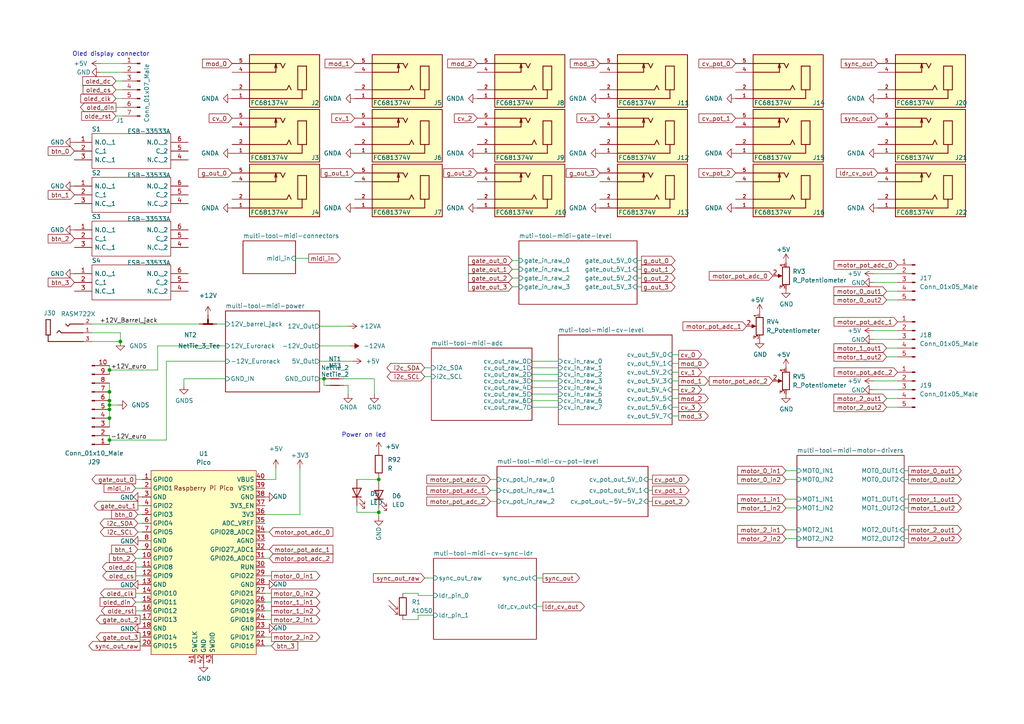
<source format=kicad_sch>
(kicad_sch (version 20211123) (generator eeschema)
  (paper "A4")
  (title_block (title "Multi tool midi board") (date "2023-02-06") (rev "0.1") (company "Lucas Bonvin"))
  (junction (at 31.75 127.635))
  (junction (at 31.75 113.665))
  (junction (at 34.925 99.06))
  (junction (at 31.75 121.285))
  (junction (at 93.98 109.855))
  (junction (at 31.75 117.475))
  (junction (at 109.855 139.065))
  (junction (at 31.75 118.745))
  (junction (at 31.75 116.205))
  (junction (at 109.855 148.59))
  (junction (at 31.75 107.315))
  (wire (pts (xy 187.96 139.065) (xy 189.23 139.065)))
  (wire (pts (xy 155.575 167.64) (xy 157.48 167.64)))
  (wire (pts (xy 227.965 147.32) (xy 231.14 147.32)))
  (wire (pts (xy 62.865 93.98) (xy 65.405 93.98)))
  (wire (pts (xy 40.005 159.385) (xy 41.275 159.385)))
  (wire (pts (xy 194.945 105.41) (xy 196.85 105.41)))
  (wire (pts (xy 39.37 174.625) (xy 41.275 174.625)))
  (wire (pts (xy 108.585 109.855) (xy 108.585 114.3)))
  (wire (pts (xy 26.67 99.06) (xy 34.925 99.06)))
  (wire (pts (xy 34.925 99.06) (xy 34.925 96.52)))
  (wire (pts (xy 142.24 145.415) (xy 144.145 145.415)))
  (wire (pts (xy 48.26 104.775) (xy 48.26 127.635)))
  (wire (pts (xy 39.37 177.165) (xy 41.275 177.165)))
  (wire (pts (xy 148.59 83.185) (xy 150.495 83.185)))
  (wire (pts (xy 26.67 93.98) (xy 57.785 93.98)))
  (wire (pts (xy 40.005 151.765) (xy 41.275 151.765)))
  (wire (pts (xy 257.175 115.57) (xy 260.35 115.57)))
  (wire (pts (xy 31.75 123.825) (xy 31.75 121.285)))
  (wire (pts (xy 33.655 33.655) (xy 35.56 33.655)))
  (wire (pts (xy 194.945 115.57) (xy 196.85 115.57)))
  (wire (pts (xy 39.37 172.085) (xy 41.275 172.085)))
  (wire (pts (xy 184.785 83.185) (xy 186.055 83.185)))
  (wire (pts (xy 31.75 113.665) (xy 31.75 111.125)))
  (wire (pts (xy 31.75 127.635) (xy 48.26 127.635)))
  (wire (pts (xy 116.84 172.085) (xy 121.285 172.085)))
  (wire (pts (xy 31.75 107.315) (xy 31.75 106.045)))
  (wire (pts (xy 29.21 20.955) (xy 35.56 20.955)))
  (wire (pts (xy 40.64 179.705) (xy 41.275 179.705)))
  (wire (pts (xy 40.64 187.325) (xy 41.275 187.325)))
  (wire (pts (xy 121.285 179.705) (xy 121.285 178.435)))
  (wire (pts (xy 31.75 117.475) (xy 34.29 117.475)))
  (wire (pts (xy 31.75 121.285) (xy 31.75 118.745)))
  (wire (pts (xy 184.785 78.105) (xy 186.055 78.105)))
  (wire (pts (xy 142.24 142.24) (xy 144.145 142.24)))
  (wire (pts (xy 262.255 136.525) (xy 263.525 136.525)))
  (wire (pts (xy 227.965 139.065) (xy 231.14 139.065)))
  (wire (pts (xy 78.74 184.785) (xy 76.835 184.785)))
  (wire (pts (xy 194.945 110.49) (xy 196.85 110.49)))
  (wire (pts (xy 262.255 156.21) (xy 263.525 156.21)))
  (wire (pts (xy 109.855 139.065) (xy 109.855 139.7)))
  (wire (pts (xy 100.965 111.76) (xy 99.695 111.76)))
  (wire (pts (xy 39.37 161.925) (xy 41.275 161.925)))
  (wire (pts (xy 40.005 149.225) (xy 41.275 149.225)))
  (wire (pts (xy 257.175 103.505) (xy 260.35 103.505)))
  (wire (pts (xy 93.98 109.855) (xy 94.615 109.855)))
  (wire (pts (xy 194.945 113.03) (xy 196.85 113.03)))
  (wire (pts (xy 253.365 110.49) (xy 260.35 110.49)))
  (wire (pts (xy 253.365 81.915) (xy 260.35 81.915)))
  (wire (pts (xy 227.965 156.21) (xy 231.14 156.21)))
  (wire (pts (xy 123.19 106.68) (xy 125.095 106.68)))
  (wire (pts (xy 109.855 148.59) (xy 109.855 147.32)))
  (wire (pts (xy 78.105 159.385) (xy 76.835 159.385)))
  (wire (pts (xy 227.965 144.78) (xy 231.14 144.78)))
  (wire (pts (xy 257.175 100.965) (xy 260.35 100.965)))
  (wire (pts (xy 154.305 104.775) (xy 161.925 104.775)))
  (wire (pts (xy 109.855 138.43) (xy 109.855 139.065)))
  (wire (pts (xy 31.75 118.745) (xy 31.75 117.475)))
  (wire (pts (xy 45.72 100.33) (xy 65.405 100.33)))
  (wire (pts (xy 78.74 179.705) (xy 76.835 179.705)))
  (wire (pts (xy 123.19 167.64) (xy 125.73 167.64)))
  (wire (pts (xy 39.37 139.065) (xy 41.275 139.065)))
  (wire (pts (xy 78.74 172.085) (xy 76.835 172.085)))
  (wire (pts (xy 40.005 154.305) (xy 41.275 154.305)))
  (wire (pts (xy 253.365 79.375) (xy 260.35 79.375)))
  (wire (pts (xy 53.34 109.855) (xy 65.405 109.855)))
  (wire (pts (xy 121.285 172.72) (xy 125.73 172.72)))
  (wire (pts (xy 154.305 106.68) (xy 161.925 106.68)))
  (wire (pts (xy 39.37 164.465) (xy 41.275 164.465)))
  (wire (pts (xy 78.74 177.165) (xy 76.835 177.165)))
  (wire (pts (xy 257.175 86.995) (xy 260.35 86.995)))
  (wire (pts (xy 65.405 104.775) (xy 48.26 104.775)))
  (wire (pts (xy 86.995 149.225) (xy 76.835 149.225)))
  (wire (pts (xy 33.655 26.035) (xy 35.56 26.035)))
  (wire (pts (xy 194.945 102.87) (xy 196.85 102.87)))
  (wire (pts (xy 39.37 167.005) (xy 41.275 167.005)))
  (wire (pts (xy 262.255 144.78) (xy 263.525 144.78)))
  (wire (pts (xy 227.965 153.67) (xy 231.14 153.67)))
  (wire (pts (xy 148.59 75.565) (xy 150.495 75.565)))
  (wire (pts (xy 78.105 154.305) (xy 76.835 154.305)))
  (wire (pts (xy 45.72 107.315) (xy 45.72 100.33)))
  (wire (pts (xy 31.75 116.205) (xy 31.75 113.665)))
  (wire (pts (xy 109.855 149.86) (xy 109.855 148.59)))
  (wire (pts (xy 103.505 148.59) (xy 103.505 146.685)))
  (wire (pts (xy 86.995 135.89) (xy 86.995 149.225)))
  (wire (pts (xy 227.965 136.525) (xy 231.14 136.525)))
  (wire (pts (xy 262.255 147.32) (xy 263.525 147.32)))
  (wire (pts (xy 142.24 139.065) (xy 144.145 139.065)))
  (wire (pts (xy 194.945 118.11) (xy 196.85 118.11)))
  (wire (pts (xy 33.655 28.575) (xy 35.56 28.575)))
  (wire (pts (xy 257.175 118.11) (xy 260.35 118.11)))
  (wire (pts (xy 154.305 118.11) (xy 161.925 118.11)))
  (wire (pts (xy 123.19 109.22) (xy 125.095 109.22)))
  (wire (pts (xy 53.34 111.76) (xy 53.34 109.855)))
  (wire (pts (xy 78.74 174.625) (xy 76.835 174.625)))
  (wire (pts (xy 109.855 148.59) (xy 103.505 148.59)))
  (wire (pts (xy 187.96 145.415) (xy 189.23 145.415)))
  (wire (pts (xy 121.285 178.435) (xy 125.73 178.435)))
  (wire (pts (xy 33.655 31.115) (xy 35.56 31.115)))
  (wire (pts (xy 253.365 95.885) (xy 260.35 95.885)))
  (wire (pts (xy 194.945 107.95) (xy 196.85 107.95)))
  (wire (pts (xy 40.005 146.685) (xy 41.275 146.685)))
  (wire (pts (xy 31.75 117.475) (xy 31.75 116.205)))
  (wire (pts (xy 80.01 135.89) (xy 80.01 139.065)))
  (wire (pts (xy 148.59 80.645) (xy 150.495 80.645)))
  (wire (pts (xy 154.305 112.395) (xy 161.925 112.395)))
  (wire (pts (xy 194.945 120.65) (xy 196.85 120.65)))
  (wire (pts (xy 184.785 80.645) (xy 186.055 80.645)))
  (wire (pts (xy 31.75 108.585) (xy 31.75 107.315)))
  (wire (pts (xy 155.575 175.895) (xy 157.48 175.895)))
  (wire (pts (xy 78.74 167.005) (xy 76.835 167.005)))
  (wire (pts (xy 31.75 127.635) (xy 31.75 126.365)))
  (wire (pts (xy 253.365 113.03) (xy 260.35 113.03)))
  (wire (pts (xy 31.75 128.905) (xy 31.75 127.635)))
  (wire (pts (xy 26.67 96.52) (xy 34.925 96.52)))
  (wire (pts (xy 148.59 78.105) (xy 150.495 78.105)))
  (wire (pts (xy 253.365 98.425) (xy 260.35 98.425)))
  (wire (pts (xy 78.105 161.925) (xy 76.835 161.925)))
  (wire (pts (xy 187.96 142.24) (xy 189.23 142.24)))
  (wire (pts (xy 257.175 84.455) (xy 260.35 84.455)))
  (wire (pts (xy 121.285 172.085) (xy 121.285 172.72)))
  (wire (pts (xy 29.21 18.415) (xy 35.56 18.415)))
  (wire (pts (xy 262.255 139.065) (xy 263.525 139.065)))
  (wire (pts (xy 116.84 179.705) (xy 121.285 179.705)))
  (wire (pts (xy 39.37 141.605) (xy 41.275 141.605)))
  (wire (pts (xy 154.305 108.585) (xy 161.925 108.585)))
  (wire (pts (xy 80.01 139.065) (xy 76.835 139.065)))
  (wire (pts (xy 92.71 109.855) (xy 93.98 109.855)))
  (wire (pts (xy 78.74 187.325) (xy 76.835 187.325)))
  (wire (pts (xy 184.785 75.565) (xy 186.055 75.565)))
  (wire (pts (xy 154.305 116.205) (xy 161.925 116.205)))
  (wire (pts (xy 92.71 100.33) (xy 101.6 100.33)))
  (wire (pts (xy 100.965 114.3) (xy 100.965 111.76)))
  (wire (pts (xy 31.75 107.315) (xy 45.72 107.315)))
  (wire (pts (xy 154.305 114.3) (xy 161.925 114.3)))
  (wire (pts (xy 92.71 104.775) (xy 102.235 104.775)))
  (wire (pts (xy 92.71 94.615) (xy 100.965 94.615)))
  (wire (pts (xy 33.655 23.495) (xy 35.56 23.495)))
  (wire (pts (xy 103.505 139.065) (xy 109.855 139.065)))
  (wire (pts (xy 85.725 74.93) (xy 89.535 74.93)))
  (wire (pts (xy 262.255 153.67) (xy 263.525 153.67)))
  (wire (pts (xy 93.98 109.855) (xy 93.98 111.76)))
  (wire (pts (xy 93.98 111.76) (xy 94.615 111.76)))
  (wire (pts (xy 40.64 184.785) (xy 41.275 184.785)))
  (wire (pts (xy 99.695 109.855) (xy 108.585 109.855)))
  (wire (pts (xy 154.305 110.49) (xy 161.925 110.49)))
  (text "Power on led\n" (at 99.06 127 0) (effects (font (size 1.27 1.27)) (justify left bottom)))
  (text "Oled display connector" (at 20.955 16.51 0) (effects (font (size 1.27 1.27)) (justify left bottom)))
  (label "+12V_euro" (at 42.545 107.315 180))
  (label "-12V_euro" (at 42.545 127.635 180))
  (label "+12V_Barrel_jack" (at 45.72 93.98 180))
  (global_label "motor_2_out2" (shape input) (at 257.175 118.11 180) (property "Intersheet References" "${INTERSHEET_REFS}" (effects hide)))
  (global_label "motor_2_in1" (shape input) (at 227.965 153.67 180) (property "Intersheet References" "${INTERSHEET_REFS}" (effects hide)))
  (global_label "motor_1_out1" (shape output) (at 263.525 144.78 0) (property "Intersheet References" "${INTERSHEET_REFS}" (effects hide)))
  (global_label "ldr_cv_out" (shape input) (at 254.635 50.165 180) (property "Intersheet References" "${INTERSHEET_REFS}" (effects hide)))
  (global_label "motor_0_out2" (shape output) (at 263.525 139.065 0) (property "Intersheet References" "${INTERSHEET_REFS}" (effects hide)))
  (global_label "mod_3" (shape input) (at 173.99 18.415 180) (property "Intersheet References" "${INTERSHEET_REFS}" (effects hide)))
  (global_label "g_out_0" (shape input) (at 67.31 50.165 180) (property "Intersheet References" "${INTERSHEET_REFS}" (effects hide)))
  (global_label "motor_0_in2" (shape output) (at 78.74 172.085 0) (property "Intersheet References" "${INTERSHEET_REFS}" (effects hide)))
  (global_label "cv_pot_0" (shape input) (at 213.36 18.415 180) (property "Intersheet References" "${INTERSHEET_REFS}" (effects hide)))
  (global_label "sync_out" (shape input) (at 254.635 18.415 180) (property "Intersheet References" "${INTERSHEET_REFS}" (effects hide)))
  (global_label "oled_din" (shape output) (at 33.655 31.115 180) (property "Intersheet References" "${INTERSHEET_REFS}" (effects hide)))
  (global_label "btn_0" (shape input) (at 21.59 43.815 180) (property "Intersheet References" "${INTERSHEET_REFS}" (effects hide)))
  (global_label "motor_pot_adc_1" (shape input) (at 216.535 94.615 180) (property "Intersheet References" "${INTERSHEET_REFS}" (effects hide)))
  (global_label "ldr_cv_out" (shape output) (at 157.48 175.895 0) (property "Intersheet References" "${INTERSHEET_REFS}" (effects hide)))
  (global_label "cv_0" (shape output) (at 196.85 102.87 0) (property "Intersheet References" "${INTERSHEET_REFS}" (effects hide)))
  (global_label "motor_pot_adc_1" (shape input) (at 142.24 142.24 180) (property "Intersheet References" "${INTERSHEET_REFS}" (effects hide)))
  (global_label "gate_out_0" (shape input) (at 148.59 75.565 180) (property "Intersheet References" "${INTERSHEET_REFS}" (effects hide)))
  (global_label "i2c_SCL" (shape bidirectional) (at 40.005 154.305 180) (property "Intersheet References" "${INTERSHEET_REFS}" (effects hide)))
  (global_label "mod_2" (shape output) (at 196.85 115.57 0) (property "Intersheet References" "${INTERSHEET_REFS}" (effects hide)))
  (global_label "motor_0_in1" (shape input) (at 227.965 136.525 180) (property "Intersheet References" "${INTERSHEET_REFS}" (effects hide)))
  (global_label "motor_1_in2" (shape output) (at 78.74 177.165 0) (property "Intersheet References" "${INTERSHEET_REFS}" (effects hide)))
  (global_label "motor_1_out2" (shape input) (at 257.175 103.505 180) (property "Intersheet References" "${INTERSHEET_REFS}" (effects hide)))
  (global_label "gate_out_0" (shape output) (at 39.37 139.065 180) (property "Intersheet References" "${INTERSHEET_REFS}" (effects hide)))
  (global_label "gate_out_1" (shape input) (at 148.59 78.105 180) (property "Intersheet References" "${INTERSHEET_REFS}" (effects hide)))
  (global_label "sync_out_raw" (shape input) (at 123.19 167.64 180) (property "Intersheet References" "${INTERSHEET_REFS}" (effects hide)))
  (global_label "motor_2_in1" (shape output) (at 78.74 179.705 0) (property "Intersheet References" "${INTERSHEET_REFS}" (effects hide)))
  (global_label "mod_3" (shape output) (at 196.85 120.65 0) (property "Intersheet References" "${INTERSHEET_REFS}" (effects hide)))
  (global_label "motor_0_in2" (shape input) (at 227.965 139.065 180) (property "Intersheet References" "${INTERSHEET_REFS}" (effects hide)))
  (global_label "motor_1_out1" (shape input) (at 257.175 100.965 180) (property "Intersheet References" "${INTERSHEET_REFS}" (effects hide)))
  (global_label "btn_1" (shape input) (at 21.59 56.515 180) (property "Intersheet References" "${INTERSHEET_REFS}" (effects hide)))
  (global_label "oled_dc" (shape input) (at 33.655 23.495 180) (property "Intersheet References" "${INTERSHEET_REFS}" (effects hide)))
  (global_label "btn_3" (shape input) (at 78.74 187.325 0) (property "Intersheet References" "${INTERSHEET_REFS}" (effects hide)))
  (global_label "g_out_2" (shape output) (at 186.055 80.645 0) (property "Intersheet References" "${INTERSHEET_REFS}" (effects hide)))
  (global_label "oled_dc" (shape output) (at 39.37 164.465 180) (property "Intersheet References" "${INTERSHEET_REFS}" (effects hide)))
  (global_label "motor_0_in1" (shape output) (at 78.74 167.005 0) (property "Intersheet References" "${INTERSHEET_REFS}" (effects hide)))
  (global_label "motor_0_out1" (shape input) (at 257.175 84.455 180) (property "Intersheet References" "${INTERSHEET_REFS}" (effects hide)))
  (global_label "g_out_3" (shape input) (at 173.99 50.165 180) (property "Intersheet References" "${INTERSHEET_REFS}" (effects hide)))
  (global_label "oled_cs" (shape output) (at 39.37 167.005 180) (property "Intersheet References" "${INTERSHEET_REFS}" (effects hide)))
  (global_label "btn_1" (shape input) (at 40.005 159.385 180) (property "Intersheet References" "${INTERSHEET_REFS}" (effects hide)))
  (global_label "motor_pot_adc_2" (shape input) (at 78.105 161.925 0) (property "Intersheet References" "${INTERSHEET_REFS}" (effects hide)))
  (global_label "btn_2" (shape input) (at 39.37 161.925 180) (property "Intersheet References" "${INTERSHEET_REFS}" (effects hide)))
  (global_label "motor_2_out1" (shape output) (at 263.525 153.67 0) (property "Intersheet References" "${INTERSHEET_REFS}" (effects hide)))
  (global_label "gate_out_3" (shape input) (at 148.59 83.185 180) (property "Intersheet References" "${INTERSHEET_REFS}" (effects hide)))
  (global_label "motor_pot_adc_1" (shape input) (at 260.35 93.345 180) (property "Intersheet References" "${INTERSHEET_REFS}" (effects hide)))
  (global_label "sync_out" (shape output) (at 157.48 167.64 0) (property "Intersheet References" "${INTERSHEET_REFS}" (effects hide)))
  (global_label "btn_2" (shape input) (at 21.59 69.215 180) (property "Intersheet References" "${INTERSHEET_REFS}" (effects hide)))
  (global_label "cv_pot_1" (shape output) (at 189.23 142.24 0) (property "Intersheet References" "${INTERSHEET_REFS}" (effects hide)))
  (global_label "cv_pot_0" (shape output) (at 189.23 139.065 0) (property "Intersheet References" "${INTERSHEET_REFS}" (effects hide)))
  (global_label "motor_pot_adc_0" (shape input) (at 142.24 139.065 180) (property "Intersheet References" "${INTERSHEET_REFS}" (effects hide)))
  (global_label "cv_pot_2" (shape output) (at 189.23 145.415 0) (property "Intersheet References" "${INTERSHEET_REFS}" (effects hide)))
  (global_label "oled_clk" (shape input) (at 33.655 28.575 180) (property "Intersheet References" "${INTERSHEET_REFS}" (effects hide)))
  (global_label "g_out_1" (shape output) (at 186.055 78.105 0) (property "Intersheet References" "${INTERSHEET_REFS}" (effects hide)))
  (global_label "mod_1" (shape input) (at 102.87 18.415 180) (property "Intersheet References" "${INTERSHEET_REFS}" (effects hide)))
  (global_label "i2c_SDA" (shape bidirectional) (at 40.005 151.765 180) (property "Intersheet References" "${INTERSHEET_REFS}" (effects hide)))
  (global_label "mod_0" (shape output) (at 196.85 105.41 0) (property "Intersheet References" "${INTERSHEET_REFS}" (effects hide)))
  (global_label "motor_2_in2" (shape input) (at 227.965 156.21 180) (property "Intersheet References" "${INTERSHEET_REFS}" (effects hide)))
  (global_label "midi_in" (shape input) (at 39.37 141.605 180) (property "Intersheet References" "${INTERSHEET_REFS}" (effects hide)))
  (global_label "motor_1_in2" (shape input) (at 227.965 147.32 180) (property "Intersheet References" "${INTERSHEET_REFS}" (effects hide)))
  (global_label "i2c_SCL" (shape bidirectional) (at 123.19 109.22 180) (property "Intersheet References" "${INTERSHEET_REFS}" (effects hide)))
  (global_label "g_out_2" (shape input) (at 138.43 50.165 180) (property "Intersheet References" "${INTERSHEET_REFS}" (effects hide)))
  (global_label "gate_out_1" (shape output) (at 40.005 146.685 180) (property "Intersheet References" "${INTERSHEET_REFS}" (effects hide)))
  (global_label "gate_out_2" (shape input) (at 148.59 80.645 180) (property "Intersheet References" "${INTERSHEET_REFS}" (effects hide)))
  (global_label "cv_3" (shape output) (at 196.85 118.11 0) (property "Intersheet References" "${INTERSHEET_REFS}" (effects hide)))
  (global_label "cv_1" (shape input) (at 102.87 34.29 180) (property "Intersheet References" "${INTERSHEET_REFS}" (effects hide)))
  (global_label "motor_pot_adc_0" (shape input) (at 224.155 80.01 180) (property "Intersheet References" "${INTERSHEET_REFS}" (effects hide)))
  (global_label "mod_1" (shape output) (at 196.85 110.49 0) (property "Intersheet References" "${INTERSHEET_REFS}" (effects hide)))
  (global_label "midi_in" (shape output) (at 89.535 74.93 0) (property "Intersheet References" "${INTERSHEET_REFS}" (effects hide)))
  (global_label "oled_cs" (shape input) (at 33.655 26.035 180) (property "Intersheet References" "${INTERSHEET_REFS}" (effects hide)))
  (global_label "g_out_1" (shape input) (at 102.87 50.165 180) (property "Intersheet References" "${INTERSHEET_REFS}" (effects hide)))
  (global_label "oled_clk" (shape output) (at 39.37 172.085 180) (property "Intersheet References" "${INTERSHEET_REFS}" (effects hide)))
  (global_label "olde_rst" (shape output) (at 39.37 177.165 180) (property "Intersheet References" "${INTERSHEET_REFS}" (effects hide)))
  (global_label "sync_out_raw" (shape output) (at 40.64 187.325 180) (property "Intersheet References" "${INTERSHEET_REFS}" (effects hide)))
  (global_label "motor_pot_adc_0" (shape input) (at 78.105 154.305 0) (property "Intersheet References" "${INTERSHEET_REFS}" (effects hide)))
  (global_label "btn_3" (shape input) (at 21.59 81.915 180) (property "Intersheet References" "${INTERSHEET_REFS}" (effects hide)))
  (global_label "g_out_0" (shape output) (at 186.055 75.565 0) (property "Intersheet References" "${INTERSHEET_REFS}" (effects hide)))
  (global_label "motor_2_out2" (shape output) (at 263.525 156.21 0) (property "Intersheet References" "${INTERSHEET_REFS}" (effects hide)))
  (global_label "motor_1_in1" (shape input) (at 227.965 144.78 180) (property "Intersheet References" "${INTERSHEET_REFS}" (effects hide)))
  (global_label "cv_0" (shape input) (at 67.31 34.29 180) (property "Intersheet References" "${INTERSHEET_REFS}" (effects hide)))
  (global_label "oled_din" (shape input) (at 39.37 174.625 180) (property "Intersheet References" "${INTERSHEET_REFS}" (effects hide)))
  (global_label "gate_out_3" (shape output) (at 40.64 184.785 180) (property "Intersheet References" "${INTERSHEET_REFS}" (effects hide)))
  (global_label "cv_pot_2" (shape input) (at 213.36 50.165 180) (property "Intersheet References" "${INTERSHEET_REFS}" (effects hide)))
  (global_label "cv_2" (shape input) (at 138.43 34.29 180) (property "Intersheet References" "${INTERSHEET_REFS}" (effects hide)))
  (global_label "cv_2" (shape output) (at 196.85 113.03 0) (property "Intersheet References" "${INTERSHEET_REFS}" (effects hide)))
  (global_label "motor_pot_adc_0" (shape input) (at 260.35 76.835 180) (property "Intersheet References" "${INTERSHEET_REFS}" (effects hide)))
  (global_label "cv_3" (shape input) (at 173.99 34.29 180) (property "Intersheet References" "${INTERSHEET_REFS}" (effects hide)))
  (global_label "motor_1_in1" (shape output) (at 78.74 174.625 0) (property "Intersheet References" "${INTERSHEET_REFS}" (effects hide)))
  (global_label "cv_1" (shape output) (at 196.85 107.95 0) (property "Intersheet References" "${INTERSHEET_REFS}" (effects hide)))
  (global_label "olde_rst" (shape input) (at 33.655 33.655 180) (property "Intersheet References" "${INTERSHEET_REFS}" (effects hide)))
  (global_label "motor_0_out2" (shape input) (at 257.175 86.995 180) (property "Intersheet References" "${INTERSHEET_REFS}" (effects hide)))
  (global_label "sync_out" (shape input) (at 254.635 34.29 180) (property "Intersheet References" "${INTERSHEET_REFS}" (effects hide)))
  (global_label "gate_out_2" (shape output) (at 40.64 179.705 180) (property "Intersheet References" "${INTERSHEET_REFS}" (effects hide)))
  (global_label "i2c_SDA" (shape bidirectional) (at 123.19 106.68 180) (property "Intersheet References" "${INTERSHEET_REFS}" (effects hide)))
  (global_label "motor_pot_adc_2" (shape input) (at 260.35 107.95 180) (property "Intersheet References" "${INTERSHEET_REFS}" (effects hide)))
  (global_label "cv_pot_1" (shape input) (at 213.36 34.29 180) (property "Intersheet References" "${INTERSHEET_REFS}" (effects hide)))
  (global_label "motor_0_out1" (shape output) (at 263.525 136.525 0) (property "Intersheet References" "${INTERSHEET_REFS}" (effects hide)))
  (global_label "motor_1_out2" (shape output) (at 263.525 147.32 0) (property "Intersheet References" "${INTERSHEET_REFS}" (effects hide)))
  (global_label "motor_2_out1" (shape input) (at 257.175 115.57 180) (property "Intersheet References" "${INTERSHEET_REFS}" (effects hide)))
  (global_label "motor_pot_adc_1" (shape input) (at 78.105 159.385 0) (property "Intersheet References" "${INTERSHEET_REFS}" (effects hide)))
  (global_label "g_out_3" (shape output) (at 186.055 83.185 0) (property "Intersheet References" "${INTERSHEET_REFS}" (effects hide)))
  (global_label "mod_0" (shape input) (at 67.31 18.415 180) (property "Intersheet References" "${INTERSHEET_REFS}" (effects hide)))
  (global_label "mod_2" (shape input) (at 138.43 18.415 180) (property "Intersheet References" "${INTERSHEET_REFS}" (effects hide)))
  (global_label "motor_2_in2" (shape output) (at 78.74 184.785 0) (property "Intersheet References" "${INTERSHEET_REFS}" (effects hide)))
  (global_label "motor_pot_adc_2" (shape input) (at 224.155 110.49 180) (property "Intersheet References" "${INTERSHEET_REFS}" (effects hide)))
  (global_label "btn_0" (shape input) (at 40.005 149.225 180) (property "Intersheet References" "${INTERSHEET_REFS}" (effects hide)))
  (global_label "motor_pot_adc_2" (shape input) (at 142.24 145.415 180) (property "Intersheet References" "${INTERSHEET_REFS}" (effects hide)))
  (symbol (lib_id "power:GNDA") (at 213.36 60.325 270) (mirror x) (unit 1)
    (property "Reference" "#PWR092" (effects hide))
    (property "Value" "GNDA" (at 209.55 60.3249 90) (effects (justify right)))
  )
  (symbol (lib_id "power:+5V") (at 29.21 18.415 90) (unit 1)
    (property "Reference" "#PWR02" (effects hide))
    (property "Value" "+5V" (at 25.4 18.4149 90) (effects (justify left)))
  )
  (symbol (lib_id "ESB-33533A:ESB-33533A") (at 21.59 53.975 0) (unit 1)
    (property "Reference" "S2" (at 27.94 50.165 0))
    (property "Value" "ESB-33533A" (at 43.18 50.8 0))
    (property "Footprint" "ESB-33533A:ESB33533A" (effects hide))
    (property "Description" "Pushbutton Switches SWPUSHSMD H=6.0mm" (effects hide))
    (property "Height" "12.8" (effects hide))
    (property "Mouser Part Number" "667-ESB-33533A" (effects hide))
    (property "Mouser Price/Stock" "https://www.mouser.co.uk/ProductDetail/Panasonic/ESB-33533A?qs=iurMsj5%2FK0tAh0OAewd6FA%3D%3D" (effects hide))
    (property "Manufacturer_Name" "Panasonic" (effects hide))
    (property "Manufacturer_Part_Number" "ESB-33533A" (effects hide))
  )
  (symbol (lib_id "Device:R_Potentiometer") (at 220.345 94.615 0) (mirror y) (unit 1)
    (property "Reference" "RV4" (at 222.25 93.3449 0) (effects (justify right)))
    (property "Value" "R_Potentiometer" (at 222.25 95.8849 0) (effects (justify right)))
    (property "Footprint" "Potentiometer_THT:Potentiometer_Alpha_RD901F-40-00D_Single_Vertical" (effects hide))
  )
  (symbol (lib_id "power:GNDA") (at 173.99 60.325 270) (mirror x) (unit 1)
    (property "Reference" "#PWR089" (effects hide))
    (property "Value" "GNDA" (at 170.18 60.3249 90) (effects (justify right)))
  )
  (symbol (lib_id "FC681374V:FC681374V") (at 269.875 23.495 180) (unit 1)
    (property "Reference" "J20" (at 278.765 29.845 0))
    (property "Value" "FC681374V" (at 265.43 29.845 0))
    (property "Footprint" "CLIFF_FC681374V" (effects hide))
    (property "STANDARD" "Manufacturer recommendations" (effects hide))
    (property "MANUFACTURER" "Cliff" (effects hide))
  )
  (symbol (lib_id "power:GNDS") (at 34.29 117.475 90) (mirror x) (unit 1)
    (property "Reference" "#PWR09" (effects hide))
    (property "Value" "GNDS" (at 38.1 117.4751 90) (effects (justify right)))
  )
  (symbol (lib_id "ESB-33533A:ESB-33533A") (at 21.59 41.275 0) (unit 1)
    (property "Reference" "S1" (at 27.94 37.465 0))
    (property "Value" "ESB-33533A" (at 43.18 38.1 0))
    (property "Footprint" "ESB-33533A:ESB33533A" (effects hide))
    (property "Description" "Pushbutton Switches SWPUSHSMD H=6.0mm" (effects hide))
    (property "Height" "12.8" (effects hide))
    (property "Mouser Part Number" "667-ESB-33533A" (effects hide))
    (property "Mouser Price/Stock" "https://www.mouser.co.uk/ProductDetail/Panasonic/ESB-33533A?qs=iurMsj5%2FK0tAh0OAewd6FA%3D%3D" (effects hide))
    (property "Manufacturer_Name" "Panasonic" (effects hide))
    (property "Manufacturer_Part_Number" "ESB-33533A" (effects hide))
  )
  (symbol (lib_id "ESB-33533A:ESB-33533A") (at 21.59 66.675 0) (unit 1)
    (property "Reference" "S3" (at 27.94 62.865 0))
    (property "Value" "ESB-33533A" (at 43.18 63.5 0))
    (property "Footprint" "ESB-33533A:ESB33533A" (effects hide))
    (property "Description" "Pushbutton Switches SWPUSHSMD H=6.0mm" (effects hide))
    (property "Height" "12.8" (effects hide))
    (property "Mouser Part Number" "667-ESB-33533A" (effects hide))
    (property "Mouser Price/Stock" "https://www.mouser.co.uk/ProductDetail/Panasonic/ESB-33533A?qs=iurMsj5%2FK0tAh0OAewd6FA%3D%3D" (effects hide))
    (property "Manufacturer_Name" "Panasonic" (effects hide))
    (property "Manufacturer_Part_Number" "ESB-33533A" (effects hide))
  )
  (symbol (lib_id "power:GNDA") (at 67.31 44.45 270) (mirror x) (unit 1)
    (property "Reference" "#PWR021" (effects hide))
    (property "Value" "GNDA" (at 63.5 44.4499 90) (effects (justify right)))
  )
  (symbol (lib_id "power:GND") (at 41.275 169.545 270) (unit 1)
    (property "Reference" "#PWR05" (effects hide))
    (property "Value" "GND" (at 36.8808 169.672 90))
  )
  (symbol (lib_id "FC681374V:FC681374V") (at 269.875 39.37 180) (unit 1)
    (property "Reference" "J21" (at 278.765 45.72 0))
    (property "Value" "FC681374V" (at 265.43 45.72 0))
    (property "Footprint" "CLIFF_FC681374V" (effects hide))
    (property "STANDARD" "Manufacturer recommendations" (effects hide))
    (property "MANUFACTURER" "Cliff" (effects hide))
  )
  (symbol (lib_id "Connector:Conn_01x05_Male") (at 265.43 113.03 0) (mirror y) (unit 1)
    (property "Reference" "J19" (at 266.7 111.7599 0) (effects (justify right)))
    (property "Value" "Conn_01x05_Male" (at 266.7 114.2999 0) (effects (justify right)))
    (property "Footprint" "Connector_PinHeader_2.54mm:PinHeader_1x05_P2.54mm_Vertical" (effects hide))
  )
  (symbol (lib_id "power:+5V") (at 80.01 135.89 0) (unit 1)
    (property "Reference" "#PWR014" (effects hide))
    (property "Value" "+5V" (at 80.01 130.175 0))
  )
  (symbol (lib_id "Device:R_Potentiometer") (at 227.965 80.01 0) (mirror y) (unit 1)
    (property "Reference" "RV3" (at 229.87 78.7399 0) (effects (justify right)))
    (property "Value" "R_Potentiometer" (at 229.87 81.2799 0) (effects (justify right)))
    (property "Footprint" "Potentiometer_THT:Potentiometer_Alpha_RD901F-40-00D_Single_Vertical" (effects hide))
  )
  (symbol (lib_id "power:+5V") (at 227.965 76.2 0) (unit 1)
    (property "Reference" "#PWR0204" (effects hide))
    (property "Value" "+5V" (at 229.235 72.39 0) (effects (justify right)))
  )
  (symbol (lib_id "Device:LED") (at 103.505 142.875 90) (unit 1)
    (property "Reference" "D5" (at 107.315 143.1924 90) (effects (justify right)))
    (property "Value" "LED" (at 107.315 145.7324 90) (effects (justify right)))
    (property "Footprint" "LED_THT:LED_D3.0mm" (effects hide))
  )
  (symbol (lib_id "Connector:Conn_01x10_Male") (at 26.67 118.745 0) (mirror x) (unit 1)
    (property "Reference" "J29" (at 27.305 133.985 0))
    (property "Value" "Conn_01x10_Male" (at 27.305 131.445 0))
    (property "Footprint" "Connector_PinHeader_2.54mm:PinHeader_2x05_P2.54mm_Vertical" (effects hide))
  )
  (symbol (lib_id "MCU_RaspberryPi_and_Boards:Pico") (at 59.055 163.195 0) (unit 1)
    (property "Reference" "U1" (at 59.055 131.572 0))
    (property "Value" "Pico" (at 59.055 134.112 0))
    (property "Footprint" "MCU_RaspberryPi_and_Boards:RPi_Pico_SMD_TH" (effects hide))
  )
  (symbol (lib_id "FC681374V:FC681374V") (at 189.23 23.495 180) (unit 1)
    (property "Reference" "J11" (at 198.12 29.845 0))
    (property "Value" "FC681374V" (at 184.785 29.845 0))
    (property "Footprint" "CLIFF_FC681374V" (effects hide))
    (property "STANDARD" "Manufacturer recommendations" (effects hide))
    (property "MANUFACTURER" "Cliff" (effects hide))
  )
  (symbol (lib_id "power:GNDA") (at 138.43 28.575 270) (mirror x) (unit 1)
    (property "Reference" "#PWR084" (effects hide))
    (property "Value" "GNDA" (at 134.62 28.5749 90) (effects (justify right)))
  )
  (symbol (lib_id "FC681374V:FC681374V") (at 228.6 55.245 180) (unit 1)
    (property "Reference" "J16" (at 237.49 61.595 0))
    (property "Value" "FC681374V" (at 224.155 61.595 0))
    (property "Footprint" "CLIFF_FC681374V" (effects hide))
    (property "STANDARD" "Manufacturer recommendations" (effects hide))
    (property "MANUFACTURER" "Cliff" (effects hide))
  )
  (symbol (lib_id "RASM722X:RASM722X") (at 19.05 96.52 0) (mirror x) (unit 1)
    (property "Reference" "J30" (at 14.4145 90.8242 0))
    (property "Value" "RASM722X" (at 22.6695 91.0655 0))
    (property "Footprint" "RASM722X:SWITCHCRAFT_RASM722X" (effects hide))
    (property "MAXIMUM_PACKAGE_HEIGHT" "11 mm" (effects hide))
    (property "SNAPEDA_PN" "RASM722X" (effects hide))
    (property "PARTREV" "A" (effects hide))
    (property "MANUFACTURER" "Switchcraft" (effects hide))
    (property "STANDARD" "Manufacturer Recommendations" (effects hide))
  )
  (symbol (lib_id "power:GNDA") (at 138.43 60.325 270) (mirror x) (unit 1)
    (property "Reference" "#PWR086" (effects hide))
    (property "Value" "GNDA" (at 134.62 60.3249 90) (effects (justify right)))
  )
  (symbol (lib_id "power:+5V") (at 253.365 79.375 90) (unit 1)
    (property "Reference" "#PWR0195" (effects hide))
    (property "Value" "+5V" (at 245.745 79.375 90) (effects (justify right)))
  )
  (symbol (lib_id "Device:R") (at 109.855 134.62 0) (unit 1)
    (property "Reference" "R92" (at 112.395 133.3499 0) (effects (justify left)))
    (property "Value" "R" (at 112.395 135.8899 0) (effects (justify left)))
    (property "Footprint" "Resistor_SMD:R_0805_2012Metric" (effects hide))
  )
  (symbol (lib_id "power:GNDA") (at 102.87 28.575 270) (mirror x) (unit 1)
    (property "Reference" "#PWR035" (effects hide))
    (property "Value" "GNDA" (at 99.06 28.5749 90) (effects (justify right)))
  )
  (symbol (lib_id "power:GNDA") (at 254.635 60.325 270) (mirror x) (unit 1)
    (property "Reference" "#PWR099" (effects hide))
    (property "Value" "GNDA" (at 250.825 60.3249 90) (effects (justify right)))
  )
  (symbol (lib_id "FC681374V:FC681374V") (at 153.67 23.495 180) (unit 1)
    (property "Reference" "J8" (at 162.56 29.845 0))
    (property "Value" "FC681374V" (at 149.225 29.845 0))
    (property "Footprint" "CLIFF_FC681374V" (effects hide))
    (property "STANDARD" "Manufacturer recommendations" (effects hide))
    (property "MANUFACTURER" "Cliff" (effects hide))
  )
  (symbol (lib_id "ESB-33533A:ESB-33533A") (at 21.59 79.375 0) (unit 1)
    (property "Reference" "S4" (at 27.94 75.565 0))
    (property "Value" "ESB-33533A" (at 43.18 76.2 0))
    (property "Footprint" "ESB-33533A:ESB33533A" (effects hide))
    (property "Description" "Pushbutton Switches SWPUSHSMD H=6.0mm" (effects hide))
    (property "Height" "12.8" (effects hide))
    (property "Mouser Part Number" "667-ESB-33533A" (effects hide))
    (property "Mouser Price/Stock" "https://www.mouser.co.uk/ProductDetail/Panasonic/ESB-33533A?qs=iurMsj5%2FK0tAh0OAewd6FA%3D%3D" (effects hide))
    (property "Manufacturer_Name" "Panasonic" (effects hide))
    (property "Manufacturer_Part_Number" "ESB-33533A" (effects hide))
  )
  (symbol (lib_id "power:GNDA") (at 138.43 44.45 270) (mirror x) (unit 1)
    (property "Reference" "#PWR085" (effects hide))
    (property "Value" "GNDA" (at 134.62 44.4499 90) (effects (justify right)))
  )
  (symbol (lib_id "Device:NetTie_2") (at 97.155 111.76 0) (unit 1)
    (property "Reference" "NT3" (at 97.155 106.045 0))
    (property "Value" "NetTie_2" (at 97.155 108.585 0))
    (property "Footprint" "NetTie:NetTie-2_SMD_Pad2.0mm" (effects hide))
  )
  (symbol (lib_id "power:GNDA") (at 173.99 44.45 270) (mirror x) (unit 1)
    (property "Reference" "#PWR088" (effects hide))
    (property "Value" "GNDA" (at 170.18 44.4499 90) (effects (justify right)))
  )
  (symbol (lib_id "FC681374V:FC681374V") (at 153.67 55.245 180) (unit 1)
    (property "Reference" "J10" (at 162.56 61.595 0))
    (property "Value" "FC681374V" (at 149.225 61.595 0))
    (property "Footprint" "CLIFF_FC681374V" (effects hide))
    (property "STANDARD" "Manufacturer recommendations" (effects hide))
    (property "MANUFACTURER" "Cliff" (effects hide))
  )
  (symbol (lib_id "power:GND") (at 76.835 144.145 90) (unit 1)
    (property "Reference" "#PWR011" (effects hide))
    (property "Value" "GND" (at 81.2292 144.018 90))
  )
  (symbol (lib_id "power:+5V") (at 253.365 95.885 90) (unit 1)
    (property "Reference" "#PWR0192" (effects hide))
    (property "Value" "+5V" (at 245.745 95.885 90) (effects (justify right)))
  )
  (symbol (lib_id "Device:NetTie_3_Tee") (at 60.325 93.98 180) (unit 1)
    (property "Reference" "NT2" (at 55.245 97.155 0))
    (property "Value" "NetTie_3_Tee" (at 57.785 100.33 0))
    (property "Footprint" "NetTie:NetTie-3_SMD_Pad2.0mm" (effects hide))
  )
  (symbol (lib_id "power:+5V") (at 253.365 110.49 90) (unit 1)
    (property "Reference" "#PWR0190" (effects hide))
    (property "Value" "+5V" (at 245.745 110.49 90) (effects (justify right)))
  )
  (symbol (lib_id "FC681374V:FC681374V") (at 118.11 39.37 180) (unit 1)
    (property "Reference" "J6" (at 127 45.72 0))
    (property "Value" "FC681374V" (at 113.665 45.72 0))
    (property "Footprint" "CLIFF_FC681374V" (effects hide))
    (property "STANDARD" "Manufacturer recommendations" (effects hide))
    (property "MANUFACTURER" "Cliff" (effects hide))
  )
  (symbol (lib_id "FC681374V:FC681374V") (at 189.23 55.245 180) (unit 1)
    (property "Reference" "J13" (at 198.12 61.595 0))
    (property "Value" "FC681374V" (at 184.785 61.595 0))
    (property "Footprint" "CLIFF_FC681374V" (effects hide))
    (property "STANDARD" "Manufacturer recommendations" (effects hide))
    (property "MANUFACTURER" "Cliff" (effects hide))
  )
  (symbol (lib_id "power:GNDA") (at 213.36 28.575 270) (mirror x) (unit 1)
    (property "Reference" "#PWR090" (effects hide))
    (property "Value" "GNDA" (at 209.55 28.5749 90) (effects (justify right)))
  )
  (symbol (lib_id "power:GND") (at 76.835 169.545 90) (unit 1)
    (property "Reference" "#PWR012" (effects hide))
    (property "Value" "GND" (at 81.2292 169.418 90))
  )
  (symbol (lib_id "power:GND") (at 227.965 83.82 0) (unit 1)
    (property "Reference" "#PWR0203" (effects hide))
    (property "Value" "GND" (at 228.092 88.2142 0))
  )
  (symbol (lib_id "power:+12V") (at 60.325 91.44 0) (unit 1)
    (property "Reference" "#PWR024" (effects hide))
    (property "Value" "+12V" (at 60.325 85.725 0))
  )
  (symbol (lib_id "power:GND") (at 59.055 192.405 0) (unit 1)
    (property "Reference" "#PWR010" (effects hide))
    (property "Value" "GND" (at 59.182 196.7992 0))
  )
  (symbol (lib_id "FC681374V:FC681374V") (at 269.875 55.245 180) (unit 1)
    (property "Reference" "J22" (at 278.765 61.595 0))
    (property "Value" "FC681374V" (at 265.43 61.595 0))
    (property "Footprint" "CLIFF_FC681374V" (effects hide))
    (property "STANDARD" "Manufacturer recommendations" (effects hide))
    (property "MANUFACTURER" "Cliff" (effects hide))
  )
  (symbol (lib_id "power:GND") (at 253.365 81.915 270) (unit 1)
    (property "Reference" "#PWR0194" (effects hide))
    (property "Value" "GND" (at 248.9708 82.042 90))
  )
  (symbol (lib_id "power:GNDA") (at 213.36 44.45 270) (mirror x) (unit 1)
    (property "Reference" "#PWR091" (effects hide))
    (property "Value" "GNDA" (at 209.55 44.4499 90) (effects (justify right)))
  )
  (symbol (lib_id "FC681374V:FC681374V") (at 82.55 55.245 180) (unit 1)
    (property "Reference" "J4" (at 91.44 61.595 0))
    (property "Value" "FC681374V" (at 78.105 61.595 0))
    (property "Footprint" "CLIFF_FC681374V" (effects hide))
    (property "STANDARD" "Manufacturer recommendations" (effects hide))
    (property "MANUFACTURER" "Cliff" (effects hide))
  )
  (symbol (lib_id "power:GNDA") (at 67.31 28.575 270) (mirror x) (unit 1)
    (property "Reference" "#PWR020" (effects hide))
    (property "Value" "GNDA" (at 63.5 28.5749 90) (effects (justify right)))
  )
  (symbol (lib_id "power:GNDA") (at 100.965 114.3 0) (mirror y) (unit 1)
    (property "Reference" "#PWR023" (effects hide))
    (property "Value" "GNDA" (at 98.425 118.11 0) (effects (justify right)))
  )
  (symbol (lib_id "Device:NetTie_2") (at 97.155 109.855 0) (unit 1)
    (property "Reference" "NT1" (at 97.155 104.14 0))
    (property "Value" "NetTie_2" (at 97.155 106.68 0))
    (property "Footprint" "NetTie:NetTie-2_SMD_Pad2.0mm" (effects hide))
  )
  (symbol (lib_id "Connector:Conn_01x07_Male") (at 40.64 26.035 0) (mirror y) (unit 1)
    (property "Reference" "J1" (at 33.655 34.925 0) (effects (justify right)))
    (property "Value" "Conn_01x07_Male" (at 42.545 18.415 90) (effects (justify right)))
    (property "Footprint" "Connector_PinHeader_2.54mm:PinHeader_1x07_P2.54mm_Vertical" (effects hide))
  )
  (symbol (lib_id "power:GNDS") (at 53.34 111.76 0) (unit 1)
    (property "Reference" "#PWR019" (effects hide))
    (property "Value" "GNDS" (at 50.8 116.205 0) (effects (justify left)))
  )
  (symbol (lib_id "FC681374V:FC681374V") (at 82.55 39.37 180) (unit 1)
    (property "Reference" "J3" (at 91.44 45.72 0))
    (property "Value" "FC681374V" (at 78.105 45.72 0))
    (property "Footprint" "CLIFF_FC681374V" (effects hide))
    (property "STANDARD" "Manufacturer recommendations" (effects hide))
    (property "MANUFACTURER" "Cliff" (effects hide))
  )
  (symbol (lib_id "power:GNDA") (at 67.31 60.325 270) (mirror x) (unit 1)
    (property "Reference" "#PWR022" (effects hide))
    (property "Value" "GNDA" (at 63.5 60.3249 90) (effects (justify right)))
  )
  (symbol (lib_id "power:GND") (at 227.965 114.3 0) (unit 1)
    (property "Reference" "#PWR0207" (effects hide))
    (property "Value" "GND" (at 228.092 118.6942 0))
  )
  (symbol (lib_id "power:-12VA") (at 101.6 100.33 270) (unit 1)
    (property "Reference" "#PWR026" (effects hide))
    (property "Value" "-12VA" (at 105.41 100.3299 90) (effects (justify left)))
  )
  (symbol (lib_id "FC681374V:FC681374V") (at 189.23 39.37 180) (unit 1)
    (property "Reference" "J12" (at 198.12 45.72 0))
    (property "Value" "FC681374V" (at 184.785 45.72 0))
    (property "Footprint" "CLIFF_FC681374V" (effects hide))
    (property "STANDARD" "Manufacturer recommendations" (effects hide))
    (property "MANUFACTURER" "Cliff" (effects hide))
  )
  (symbol (lib_id "Device:R_Potentiometer") (at 227.965 110.49 0) (mirror y) (unit 1)
    (property "Reference" "RV5" (at 229.87 109.2199 0) (effects (justify right)))
    (property "Value" "R_Potentiometer" (at 229.87 111.7599 0) (effects (justify right)))
    (property "Footprint" "Potentiometer_THT:Potentiometer_Alpha_RD901F-40-00D_Single_Vertical" (effects hide))
  )
  (symbol (lib_id "power:+5V") (at 102.235 104.775 270) (unit 1)
    (property "Reference" "#PWR027" (effects hide))
    (property "Value" "+5V" (at 106.045 104.7749 90) (effects (justify left)))
  )
  (symbol (lib_id "Sensor_Optical:A1050") (at 116.84 175.895 0) (unit 1)
    (property "Reference" "R1" (at 119.38 174.6249 0) (effects (justify left)))
    (property "Value" "A1050" (at 119.38 177.1649 0) (effects (justify left)))
    (property "Footprint" "OptoDevice:R_LDR_D6.4mm_P3.4mm_Vertical" (effects hide))
    (property "Datasheet" "http://cdn-reichelt.de/documents/datenblatt/A500/A106012.pdf" (effects hide))
  )
  (symbol (lib_id "power:GND") (at 253.365 113.03 270) (unit 1)
    (property "Reference" "#PWR0191" (effects hide))
    (property "Value" "GND" (at 248.9708 113.157 90))
  )
  (symbol (lib_id "power:GND") (at 41.275 156.845 270) (unit 1)
    (property "Reference" "#PWR04" (effects hide))
    (property "Value" "GND" (at 36.8808 156.972 90))
  )
  (symbol (lib_id "Connector:Conn_01x05_Male") (at 265.43 81.915 0) (mirror y) (unit 1)
    (property "Reference" "J17" (at 266.7 80.6449 0) (effects (justify right)))
    (property "Value" "Conn_01x05_Male" (at 266.7 83.1849 0) (effects (justify right)))
    (property "Footprint" "Connector_PinHeader_2.54mm:PinHeader_1x05_P2.54mm_Vertical" (effects hide))
  )
  (symbol (lib_id "FC681374V:FC681374V") (at 118.11 55.245 180) (unit 1)
    (property "Reference" "J7" (at 127 61.595 0))
    (property "Value" "FC681374V" (at 113.665 61.595 0))
    (property "Footprint" "CLIFF_FC681374V" (effects hide))
    (property "STANDARD" "Manufacturer recommendations" (effects hide))
    (property "MANUFACTURER" "Cliff" (effects hide))
  )
  (symbol (lib_id "FC681374V:FC681374V") (at 153.67 39.37 180) (unit 1)
    (property "Reference" "J9" (at 162.56 45.72 0))
    (property "Value" "FC681374V" (at 149.225 45.72 0))
    (property "Footprint" "CLIFF_FC681374V" (effects hide))
    (property "STANDARD" "Manufacturer recommendations" (effects hide))
    (property "MANUFACTURER" "Cliff" (effects hide))
  )
  (symbol (lib_id "power:+5V") (at 109.855 130.81 0) (unit 1)
    (property "Reference" "#PWR0202" (effects hide))
    (property "Value" "+5V" (at 111.76 129.5399 0) (effects (justify left)))
  )
  (symbol (lib_id "power:GND") (at 220.345 98.425 0) (unit 1)
    (property "Reference" "#PWR0206" (effects hide))
    (property "Value" "GND" (at 220.472 102.8192 0))
  )
  (symbol (lib_id "Device:LED") (at 109.855 143.51 90) (unit 1)
    (property "Reference" "D6" (at 113.665 143.8274 90) (effects (justify right)))
    (property "Value" "LED" (at 113.665 146.3674 90) (effects (justify right)))
    (property "Footprint" "LED_SMD:LED_0603_1608Metric" (effects hide))
  )
  (symbol (lib_id "power:GND") (at 21.59 79.375 270) (unit 1)
    (property "Reference" "#PWR0196" (effects hide))
    (property "Value" "GND" (at 14.605 79.375 90) (effects (justify left)))
  )
  (symbol (lib_id "power:GND") (at 21.59 41.275 270) (unit 1)
    (property "Reference" "#PWR0197" (effects hide))
    (property "Value" "GND" (at 14.605 41.275 90) (effects (justify left)))
  )
  (symbol (lib_id "power:GNDS") (at 34.925 99.06 0) (unit 1)
    (property "Reference" "#PWR0200" (effects hide))
    (property "Value" "GNDS" (at 37.465 100.3299 0) (effects (justify left)))
  )
  (symbol (lib_id "FC681374V:FC681374V") (at 228.6 23.495 180) (unit 1)
    (property "Reference" "J14" (at 237.49 29.845 0))
    (property "Value" "FC681374V" (at 224.155 29.845 0))
    (property "Footprint" "CLIFF_FC681374V" (effects hide))
    (property "STANDARD" "Manufacturer recommendations" (effects hide))
    (property "MANUFACTURER" "Cliff" (effects hide))
  )
  (symbol (lib_id "power:GNDA") (at 102.87 60.325 270) (mirror x) (unit 1)
    (property "Reference" "#PWR083" (effects hide))
    (property "Value" "GNDA" (at 99.06 60.3249 90) (effects (justify right)))
  )
  (symbol (lib_id "power:GNDA") (at 254.635 28.575 270) (mirror x) (unit 1)
    (property "Reference" "#PWR097" (effects hide))
    (property "Value" "GNDA" (at 250.825 28.5749 90) (effects (justify right)))
  )
  (symbol (lib_id "power:GND") (at 21.59 53.975 270) (unit 1)
    (property "Reference" "#PWR0199" (effects hide))
    (property "Value" "GND" (at 14.605 53.975 90) (effects (justify left)))
  )
  (symbol (lib_id "power:GNDA") (at 173.99 28.575 270) (mirror x) (unit 1)
    (property "Reference" "#PWR087" (effects hide))
    (property "Value" "GNDA" (at 170.18 28.5749 90) (effects (justify right)))
  )
  (symbol (lib_id "power:GNDA") (at 102.87 44.45 270) (mirror x) (unit 1)
    (property "Reference" "#PWR036" (effects hide))
    (property "Value" "GNDA" (at 99.06 44.4499 90) (effects (justify right)))
  )
  (symbol (lib_id "power:GND") (at 29.21 20.955 270) (unit 1)
    (property "Reference" "#PWR01" (effects hide))
    (property "Value" "GND" (at 22.225 20.955 90) (effects (justify left)))
  )
  (symbol (lib_id "power:+5V") (at 220.345 90.805 0) (unit 1)
    (property "Reference" "#PWR0208" (effects hide))
    (property "Value" "+5V" (at 221.615 86.995 0) (effects (justify right)))
  )
  (symbol (lib_id "power:GND") (at 253.365 98.425 270) (unit 1)
    (property "Reference" "#PWR0193" (effects hide))
    (property "Value" "GND" (at 248.9708 98.552 90))
  )
  (symbol (lib_id "power:GND") (at 76.835 182.245 90) (unit 1)
    (property "Reference" "#PWR013" (effects hide))
    (property "Value" "GND" (at 81.2292 182.118 90))
  )
  (symbol (lib_id "power:+5V") (at 227.965 106.68 0) (unit 1)
    (property "Reference" "#PWR0205" (effects hide))
    (property "Value" "+5V" (at 229.235 102.87 0) (effects (justify right)))
  )
  (symbol (lib_id "power:GND") (at 108.585 114.3 0) (unit 1)
    (property "Reference" "#PWR034" (effects hide))
    (property "Value" "GND" (at 108.585 118.11 0))
  )
  (symbol (lib_id "power:+12VA") (at 100.965 94.615 270) (unit 1)
    (property "Reference" "#PWR025" (effects hide))
    (property "Value" "+12VA" (at 104.14 94.6149 90) (effects (justify left)))
  )
  (symbol (lib_id "FC681374V:FC681374V") (at 228.6 39.37 180) (unit 1)
    (property "Reference" "J15" (at 237.49 45.72 0))
    (property "Value" "FC681374V" (at 224.155 45.72 0))
    (property "Footprint" "CLIFF_FC681374V" (effects hide))
    (property "STANDARD" "Manufacturer recommendations" (effects hide))
    (property "MANUFACTURER" "Cliff" (effects hide))
  )
  (symbol (lib_id "power:GND") (at 41.275 182.245 270) (unit 1)
    (property "Reference" "#PWR06" (effects hide))
    (property "Value" "GND" (at 36.8808 182.372 90))
  )
  (symbol (lib_id "power:GND") (at 21.59 66.675 270) (unit 1)
    (property "Reference" "#PWR0198" (effects hide))
    (property "Value" "GND" (at 14.605 66.675 90) (effects (justify left)))
  )
  (symbol (lib_id "FC681374V:FC681374V") (at 118.11 23.495 180) (unit 1)
    (property "Reference" "J5" (at 127 29.845 0))
    (property "Value" "FC681374V" (at 113.665 29.845 0))
    (property "Footprint" "CLIFF_FC681374V" (effects hide))
    (property "STANDARD" "Manufacturer recommendations" (effects hide))
    (property "MANUFACTURER" "Cliff" (effects hide))
  )
  (symbol (lib_id "power:GNDA") (at 254.635 44.45 270) (mirror x) (unit 1)
    (property "Reference" "#PWR098" (effects hide))
    (property "Value" "GNDA" (at 250.825 44.4499 90) (effects (justify right)))
  )
  (symbol (lib_id "Connector:Conn_01x05_Male") (at 265.43 98.425 0) (mirror y) (unit 1)
    (property "Reference" "J18" (at 266.7 97.1549 0) (effects (justify right)))
    (property "Value" "Conn_01x05_Male" (at 266.7 99.6949 0) (effects (justify right)))
    (property "Footprint" "Connector_PinHeader_2.54mm:PinHeader_1x05_P2.54mm_Vertical" (effects hide))
  )
  (symbol (lib_id "power:+3.3V") (at 86.995 135.89 0) (unit 1)
    (property "Reference" "#PWR018" (effects hide))
    (property "Value" "+3.3V" (at 86.995 132.08 0))
  )
  (symbol (lib_id "power:GND") (at 109.855 149.86 0) (mirror y) (unit 1)
    (property "Reference" "#PWR0201" (effects hide))
    (property "Value" "GND" (at 109.855 156.845 90) (effects (justify left)))
  )
  (symbol (lib_id "FC681374V:FC681374V") (at 82.55 23.495 180) (unit 1)
    (property "Reference" "J2" (at 91.44 29.845 0))
    (property "Value" "FC681374V" (at 78.105 29.845 0))
    (property "Footprint" "CLIFF_FC681374V" (effects hide))
    (property "STANDARD" "Manufacturer recommendations" (effects hide))
    (property "MANUFACTURER" "Cliff" (effects hide))
  )
  (symbol (lib_id "power:GND") (at 41.275 144.145 270) (unit 1)
    (property "Reference" "#PWR03" (effects hide))
    (property "Value" "GND" (at 36.8808 144.272 90))
  )
  (sheet (at 150.495 69.85) (size 34.29 18.415) (stroke (width 0.1524))
    (property "Sheet name" "muti-tool-midi-gate-level" (at 150.495 69.1384 0) (effects (justify left bottom)))
    (property "Sheet file" "muti-tool-midi-gate-level.kicad_sch" (effects hide))
    (pin "gate_out_5V_1" input (at 184.785 78.105 0))
    (pin "gate_out_5V_0" input (at 184.785 75.565 0))
    (pin "gate_in_raw_3" input (at 150.495 83.185 180))
    (pin "gate_in_raw_2" input (at 150.495 80.645 180))
    (pin "gate_in_raw_1" input (at 150.495 78.105 180))
    (pin "gate_in_raw_0" input (at 150.495 75.565 180))
    (pin "gate_out_5V_2" input (at 184.785 80.645 0))
    (pin "gate_out_5V_3" input (at 184.785 83.185 0))
  )
  (sheet (at 65.405 90.17) (size 27.305 23.495) (stroke (width 0.1524))
    (property "Sheet name" "multi-tool-midi-power" (at 65.405 89.4584 0) (effects (justify left bottom)))
    (property "Sheet file" "multi-tool-midi-power.kicad_sch" (effects hide))
    (pin "12V_barrel_jack" input (at 65.405 93.98 180))
    (pin "12V_Eurorack" input (at 65.405 100.33 180))
    (pin "-12V_Eurorack" input (at 65.405 104.775 180))
    (pin "12V_Out" output (at 92.71 94.615 0))
    (pin "-12V_Out" output (at 92.71 100.33 0))
    (pin "5V_Out" output (at 92.71 104.775 0))
    (pin "GND_IN" input (at 65.405 109.855 180))
    (pin "GND_OUT" output (at 92.71 109.855 0))
  )
  (sheet (at 144.145 135.255) (size 43.815 14.605) (stroke (width 0.1524))
    (property "Sheet name" "muti-tool-midi-cv-pot-level" (at 144.145 134.5434 0) (effects (justify left bottom)))
    (property "Sheet file" "muti-tool-midi-cv-pot-level.kicad_sch" (effects hide))
    (pin "cv_pot_in_raw_0" input (at 144.145 139.065 180))
    (pin "cv_pot_out_5V_1" input (at 187.96 142.24 0))
    (pin "cv_pot_out_5V_0" input (at 187.96 139.065 0))
    (pin "cv_pot_in_raw_2" input (at 144.145 145.415 180))
    (pin "cv_pot_out_-5V-5V_2" input (at 187.96 145.415 0))
    (pin "cv_pot_in_raw_1" input (at 144.145 142.24 180))
  )
  (sheet (at 231.14 132.08) (size 31.115 26.67) (stroke (width 0.1524))
    (property "Sheet name" "multi-tool-midi-motor-drivers" (at 231.14 131.3684 0) (effects (justify left bottom)))
    (property "Sheet file" "multi-tool-midi-motor-drivers.kicad_sch" (effects hide))
    (pin "MOT2_IN1" input (at 231.14 153.67 180))
    (pin "MOT2_IN2" input (at 231.14 156.21 180))
    (pin "MOT1_OUT2" input (at 262.255 147.32 0))
    (pin "MOT1_OUT1" input (at 262.255 144.78 0))
    (pin "MOT1_IN1" input (at 231.14 144.78 180))
    (pin "MOT1_IN2" input (at 231.14 147.32 180))
    (pin "MOT0_IN1" input (at 231.14 136.525 180))
    (pin "MOT0_IN2" input (at 231.14 139.065 180))
    (pin "MOT0_OUT2" input (at 262.255 139.065 0))
    (pin "MOT0_OUT1" input (at 262.255 136.525 0))
    (pin "MOT2_OUT1" input (at 262.255 153.67 0))
    (pin "MOT2_OUT2" input (at 262.255 156.21 0))
  )
  (sheet (at 125.73 161.925) (size 29.845 23.495) (stroke (width 0.1524))
    (property "Sheet name" "muti-tool-midi-cv-sync-ldr" (at 125.73 161.2134 0) (effects (justify left bottom)))
    (property "Sheet file" "muti-tool-midi-cv-sync-ldr.kicad_sch" (effects hide))
    (pin "sync_out" input (at 155.575 167.64 0))
    (pin "ldr_cv_out" input (at 155.575 175.895 0))
    (pin "ldr_pin_0" input (at 125.73 172.72 180))
    (pin "ldr_pin_1" input (at 125.73 178.435 180))
    (pin "sync_out_raw" input (at 125.73 167.64 180))
  )
  (sheet (at 70.485 69.85) (size 15.24 9.525) (stroke (width 0.1524))
    (property "Sheet name" "multi-tool-midi-connectors" (at 70.485 69.1384 0) (effects (justify left bottom)))
    (property "Sheet file" "multi-tool-midi-connectors.kicad_sch" (effects hide))
    (pin "midi_in" input (at 85.725 74.93 0))
  )
  (sheet (at 125.095 100.965) (size 29.21 20.955) (stroke (width 0.1524))
    (property "Sheet name" "multi-tool-midi-adc" (at 125.095 100.2534 0) (effects (justify left bottom)))
    (property "Sheet file" "multi-tool-midi-adc.kicad_sch" (effects hide))
    (pin "cv_out_raw_6" output (at 154.305 116.205 0))
    (pin "cv_out_raw_7" output (at 154.305 118.11 0))
    (pin "cv_out_raw_4" output (at 154.305 112.395 0))
    (pin "cv_out_raw_5" output (at 154.305 114.3 0))
    (pin "cv_out_raw_1" output (at 154.305 106.68 0))
    (pin "cv_out_raw_0" output (at 154.305 104.775 0))
    (pin "cv_out_raw_3" output (at 154.305 110.49 0))
    (pin "cv_out_raw_2" output (at 154.305 108.585 0))
    (pin "i2c_SDA" input (at 125.095 106.68 180))
    (pin "i2c_SCL" input (at 125.095 109.22 180))
  )
  (sheet (at 161.925 97.155) (size 33.02 26.035) (stroke (width 0.1524))
    (property "Sheet name" "muti-tool-midi-cv-level" (at 161.925 96.4434 0) (effects (justify left bottom)))
    (property "Sheet file" "muti-tool-midi-cv-level.kicad_sch" (effects hide))
    (pin "cv_in_raw_0" input (at 161.925 104.775 180))
    (pin "cv_in_raw_1" input (at 161.925 106.68 180))
    (pin "cv_in_raw_4" input (at 161.925 112.395 180))
    (pin "cv_in_raw_5" input (at 161.925 114.3 180))
    (pin "cv_out_5V_6" input (at 194.945 118.11 0))
    (pin "cv_out_5V_7" input (at 194.945 120.65 0))
    (pin "cv_out_5V_0" input (at 194.945 102.87 0))
    (pin "cv_out_5V_1" input (at 194.945 105.41 0))
    (pin "cv_out_5V_4" input (at 194.945 113.03 0))
    (pin "cv_out_5V_5" input (at 194.945 115.57 0))
    (pin "cv_in_raw_7" input (at 161.925 118.11 180))
    (pin "cv_in_raw_2" input (at 161.925 108.585 180))
    (pin "cv_in_raw_3" input (at 161.925 110.49 180))
    (pin "cv_in_raw_6" input (at 161.925 116.205 180))
    (pin "cv_out_5V_2" input (at 194.945 107.95 0))
    (pin "cv_out_5V_3" input (at 194.945 110.49 0))
  )
)
</source>
